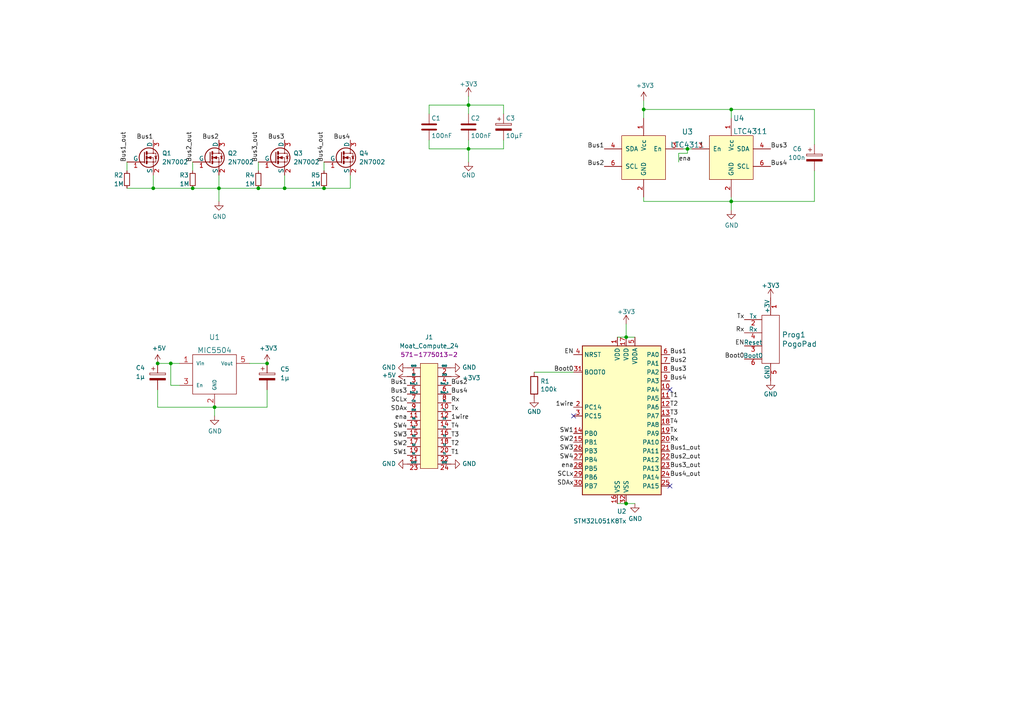
<source format=kicad_sch>
(kicad_sch (version 20211123) (generator eeschema)
  (paper "A4")
  (lib_symbols
    (symbol "Device:R" (pin_numbers hide) (pin_names (offset 0))
      (property "Reference" "R" (at 2.032 0 90))
      (property "Value" "Device_R" (at 0 0 90))
      (symbol "R_0_1"
        (rectangle (start -1.016 -2.54) (end 1.016 2.54) (stroke (width 0.254)))
      )
      (symbol "R_1_1"
        (pin passive line (at 0 3.81 270) (length 1.27) (name "~") (number "1"))
        (pin passive line (at 0 -3.81 90) (length 1.27) (name "~") (number "2"))
      )
    )
    (symbol "MCU_ST_STM32L0:STM32L051K8Tx"
      (property "Reference" "U" (at -12.7 21.59 0))
      (property "Value" "MCU_ST_STM32L0_STM32L051K8Tx" (at 5.08 21.59 0))
      (symbol "STM32L051K8Tx_0_1"
        (rectangle (start -12.7 -22.86) (end 10.16 20.32) (stroke (width 0.254)) (fill (type background)))
      )
      (symbol "STM32L051K8Tx_1_1"
        (pin power_in line (at -2.54 22.86 270) (length 2.54) (name "VDD") (number "1"))
        (pin bidirectional line (at 12.7 7.62 180) (length 2.54) (name "PA4") (number "10"))
        (pin bidirectional line (at 12.7 5.08 180) (length 2.54) (name "PA5") (number "11"))
        (pin bidirectional line (at 12.7 2.54 180) (length 2.54) (name "PA6") (number "12"))
        (pin bidirectional line (at 12.7 0 180) (length 2.54) (name "PA7") (number "13"))
        (pin bidirectional line (at -15.24 -5.08 0) (length 2.54) (name "PB0") (number "14"))
        (pin bidirectional line (at -15.24 -7.62 0) (length 2.54) (name "PB1") (number "15"))
        (pin power_in line (at -2.54 -25.4 90) (length 2.54) (name "VSS") (number "16"))
        (pin power_in line (at 0 22.86 270) (length 2.54) (name "VDD") (number "17"))
        (pin bidirectional line (at 12.7 -2.54 180) (length 2.54) (name "PA8") (number "18"))
        (pin bidirectional line (at 12.7 -5.08 180) (length 2.54) (name "PA9") (number "19"))
        (pin bidirectional line (at -15.24 2.54 0) (length 2.54) (name "PC14") (number "2"))
        (pin bidirectional line (at 12.7 -7.62 180) (length 2.54) (name "PA10") (number "20"))
        (pin bidirectional line (at 12.7 -10.16 180) (length 2.54) (name "PA11") (number "21"))
        (pin bidirectional line (at 12.7 -12.7 180) (length 2.54) (name "PA12") (number "22"))
        (pin bidirectional line (at 12.7 -15.24 180) (length 2.54) (name "PA13") (number "23"))
        (pin bidirectional line (at 12.7 -17.78 180) (length 2.54) (name "PA14") (number "24"))
        (pin bidirectional line (at 12.7 -20.32 180) (length 2.54) (name "PA15") (number "25"))
        (pin bidirectional line (at -15.24 -10.16 0) (length 2.54) (name "PB3") (number "26"))
        (pin bidirectional line (at -15.24 -12.7 0) (length 2.54) (name "PB4") (number "27"))
        (pin bidirectional line (at -15.24 -15.24 0) (length 2.54) (name "PB5") (number "28"))
        (pin bidirectional line (at -15.24 -17.78 0) (length 2.54) (name "PB6") (number "29"))
        (pin bidirectional line (at -15.24 0 0) (length 2.54) (name "PC15") (number "3"))
        (pin bidirectional line (at -15.24 -20.32 0) (length 2.54) (name "PB7") (number "30"))
        (pin input line (at -15.24 12.7 0) (length 2.54) (name "BOOT0") (number "31"))
        (pin power_in line (at 0 -25.4 90) (length 2.54) (name "VSS") (number "32"))
        (pin input line (at -15.24 17.78 0) (length 2.54) (name "NRST") (number "4"))
        (pin power_in line (at 2.54 22.86 270) (length 2.54) (name "VDDA") (number "5"))
        (pin bidirectional line (at 12.7 17.78 180) (length 2.54) (name "PA0") (number "6"))
        (pin bidirectional line (at 12.7 15.24 180) (length 2.54) (name "PA1") (number "7"))
        (pin bidirectional line (at 12.7 12.7 180) (length 2.54) (name "PA2") (number "8"))
        (pin bidirectional line (at 12.7 10.16 180) (length 2.54) (name "PA3") (number "9"))
      )
    )
    (symbol "localstuff:+3.3V" (power) (pin_names (offset 0))
      (property "Value" "+3.3V" (at 0 3.556 0))
      (symbol "+3.3V_0_1"
        (polyline (pts (xy -0.762 1.27) (xy 0 2.54)))
        (polyline (pts (xy 0 0) (xy 0 2.54)))
        (polyline (pts (xy 0 2.54) (xy 0.762 1.27)))
      )
      (symbol "+3.3V_1_1"
        (pin power_in line (at 0 0 90) (length 0) hide (name "+3V3") (number "1"))
      )
    )
    (symbol "localstuff:+5V" (power) (pin_names (offset 0))
      (property "Value" "+5V" (at 0 3.556 0))
      (symbol "+5V_0_1"
        (polyline (pts (xy -0.762 1.27) (xy 0 2.54)))
        (polyline (pts (xy 0 0) (xy 0 2.54)))
        (polyline (pts (xy 0 2.54) (xy 0.762 1.27)))
      )
      (symbol "+5V_1_1"
        (pin power_in line (at 0 0 90) (length 0) hide (name "+5V") (number "1"))
      )
    )
    (symbol "localstuff:2N7002" (pin_names (offset 0))
      (property "Reference" "Q" (at 5.08 1.905 0))
      (property "Value" "2N7002" (at 5.08 0 0))
      (symbol "2N7002_0_1"
        (polyline (pts (xy 0.635 -1.016) (xy 0.635 -1.651)) (stroke (width 0.508)))
        (polyline (pts (xy 0.635 0.381) (xy 0.635 -0.381)) (stroke (width 0.508)))
        (polyline (pts (xy 0.635 1.651) (xy 0.635 1.016)) (stroke (width 0.508)))
        (polyline (pts (xy 3.048 0.381) (xy 2.921 0.254)))
        (polyline (pts (xy 3.048 0.381) (xy 3.556 0.381)))
        (polyline (pts (xy 3.556 0.381) (xy 3.683 0.508)))
        (polyline (pts (xy 0 1.524) (xy 0 -1.524) (xy 0 -1.524)) (stroke (width 0.254)))
        (polyline (pts (xy 0.762 -1.27) (xy 2.54 -1.27) (xy 2.54 -2.54) (xy 2.54 -2.54)))
        (polyline (pts (xy 0.762 1.27) (xy 2.54 1.27) (xy 2.54 2.54) (xy 2.54 2.54)))
        (polyline (pts (xy 2.54 1.27) (xy 3.302 1.27) (xy 3.302 -1.27) (xy 2.54 -1.27)))
        (polyline (pts (xy 3.302 0.381) (xy 3.048 -0.254) (xy 3.556 -0.254) (xy 3.302 0.381)) (fill (type outline)))
        (polyline (pts (xy 0.762 0) (xy 1.27 0) (xy 2.54 0) (xy 2.54 -1.27) (xy 2.54 -1.27)))
        (polyline (pts (xy 0.889 0) (xy 1.905 0.381) (xy 1.905 -0.381) (xy 0.889 0) (xy 1.016 0) (xy 1.016 0)) (fill (type outline)))
        (circle (center 1.27 0) (radius 2.8194) (stroke (width 0.254)))
        (circle (center 2.54 -1.27) (radius 0.127))
        (circle (center 2.54 1.27) (radius 0.127))
      )
      (symbol "2N7002_1_1"
        (pin passive line (at -5.08 -1.27 0) (length 5.08) (name "G") (number "1"))
        (pin passive line (at 2.54 -5.08 90) (length 2.54) (name "S") (number "2"))
        (pin passive line (at 2.54 5.08 270) (length 2.54) (name "D") (number "3"))
      )
    )
    (symbol "localstuff:C" (pin_numbers hide) (pin_names (offset 0.254))
      (property "Reference" "C" (at 0.635 2.54 0))
      (property "Value" "C" (at 0.635 -2.54 0))
      (symbol "C_0_1"
        (polyline (pts (xy -2.032 -0.762) (xy 2.032 -0.762)) (stroke (width 0.508)))
        (polyline (pts (xy -2.032 0.762) (xy 2.032 0.762)) (stroke (width 0.508)))
      )
      (symbol "C_1_1"
        (pin passive line (at 0 3.81 270) (length 2.794) (name "~") (number "1"))
        (pin passive line (at 0 -3.81 90) (length 2.794) (name "~") (number "2"))
      )
    )
    (symbol "localstuff:CP" (pin_numbers hide) (pin_names (offset 0.254))
      (property "Reference" "C" (at 0.635 2.54 0))
      (property "Value" "CP" (at 0.635 -2.54 0))
      (symbol "CP_0_1"
        (rectangle (start -2.286 0.508) (end -2.286 1.016))
        (rectangle (start -2.286 0.508) (end 2.286 0.508))
        (polyline (pts (xy -1.778 2.286) (xy -0.762 2.286)))
        (polyline (pts (xy -1.27 2.794) (xy -1.27 1.778)))
        (rectangle (start 2.286 -0.508) (end -2.286 -1.016) (fill (type outline)))
        (rectangle (start 2.286 1.016) (end -2.286 1.016))
        (rectangle (start 2.286 1.016) (end 2.286 0.508))
      )
      (symbol "CP_1_1"
        (pin passive line (at 0 3.81 270) (length 2.794) (name "~") (number "1"))
        (pin passive line (at 0 -3.81 90) (length 2.794) (name "~") (number "2"))
      )
    )
    (symbol "localstuff:GND" (power) (pin_names (offset 0))
      (property "Value" "GND" (at 0 -3.81 0))
      (symbol "GND_0_1"
        (polyline (pts (xy 0 0) (xy 0 -1.27) (xy 1.27 -1.27) (xy 0 -2.54) (xy -1.27 -1.27) (xy 0 -1.27)))
      )
      (symbol "GND_1_1"
        (pin power_in line (at 0 0 270) (length 0) hide (name "GND") (number "1"))
      )
    )
    (symbol "localstuff:LTC4311" (pin_names (offset 1.016))
      (property "Reference" "U" (at -6.35 -8.89 0))
      (property "Value" "LTC4311" (at -3.81 1.27 0))
      (symbol "LTC4311_0_1"
        (rectangle (start -6.35 6.35) (end 6.35 -6.35) (fill (type background)))
      )
      (symbol "LTC4311_1_1"
        (pin power_in line (at 0 11.43 270) (length 5.08) (name "Vcc") (number "1"))
        (pin power_in line (at 0 -11.43 90) (length 5.08) (name "GND") (number "2"))
        (pin input line (at 11.43 2.54 180) (length 5.08) (name "En") (number "3"))
        (pin bidirectional line (at -11.43 2.54 0) (length 5.08) (name "SDA") (number "4"))
        (pin bidirectional line (at -11.43 -2.54 0) (length 5.08) (name "SCL") (number "6"))
      )
    )
    (symbol "localstuff:MIC5504" (pin_names (offset 1.016))
      (property "Reference" "U" (at 0 7.62 0))
      (property "Value" "MIC5504" (at 1.27 -6.35 0))
      (symbol "MIC5504_0_1"
        (rectangle (start -6.35 6.35) (end 6.35 -5.08))
      )
      (symbol "MIC5504_1_1"
        (pin power_in line (at -10.16 3.81 0) (length 3.81) (name "Vin") (number "1"))
        (pin power_in line (at 0 -8.89 90) (length 3.81) (name "GND") (number "2"))
        (pin input line (at -10.16 -2.54 0) (length 3.81) (name "En") (number "3"))
        (pin power_out line (at 10.16 3.81 180) (length 3.81) (name "Vout") (number "5"))
      )
    )
    (symbol "localstuff:Moat_Compute_24" (pin_names (offset 0))
      (property "Reference" "J" (at 0 13.97 0))
      (property "Value" "Moat_Compute_24" (at 0 -20.32 0))
      (property "Mouser" "571-1775013-2" (at 0 0 90))
      (symbol "Moat_Compute_24_1_1"
        (rectangle (start -2.54 12.7) (end 2.54 -17.78) (fill (type background)))
        (pin power_out line (at -6.35 11.43 0) (length 3.81) (name "GND") (number "1"))
        (pin output line (at 6.35 1.27 180) (length 3.81) (name "Rx") (number "10"))
        (pin open_collector line (at -6.35 -1.27 0) (length 3.81) (name "Dat") (number "11"))
        (pin input line (at 6.35 -1.27 180) (length 3.81) (name "Tx") (number "12"))
        (pin output line (at -6.35 -3.81 0) (length 3.81) (name "S5") (number "13"))
        (pin input line (at 6.35 -3.81 180) (length 3.81) (name "1W") (number "14"))
        (pin output line (at -6.35 -6.35 0) (length 3.81) (name "S4") (number "15"))
        (pin input line (at 6.35 -6.35 180) (length 3.81) (name "T4") (number "16"))
        (pin output line (at -6.35 -8.89 0) (length 3.81) (name "S3") (number "17"))
        (pin input line (at 6.35 -8.89 180) (length 3.81) (name "T3") (number "18"))
        (pin output line (at -6.35 -11.43 0) (length 3.81) (name "S2") (number "19"))
        (pin power_out line (at 6.35 11.43 180) (length 3.81) (name "GND") (number "2"))
        (pin input line (at 6.35 -11.43 180) (length 3.81) (name "T2") (number "20"))
        (pin output line (at -6.35 -13.97 0) (length 3.81) (name "S1") (number "21"))
        (pin input line (at 6.35 -13.97 180) (length 3.81) (name "T1") (number "22"))
        (pin power_out line (at -6.35 -16.51 0) (length 3.81) (name "GND") (number "23"))
        (pin power_out line (at 6.35 -16.51 180) (length 3.81) (name "GND") (number "24"))
        (pin power_out line (at -6.35 8.89 0) (length 3.81) (name "5V") (number "3"))
        (pin power_in line (at 6.35 8.89 180) (length 3.81) (name "3V3") (number "4"))
        (pin bidirectional line (at -6.35 6.35 0) (length 3.81) (name "Bus_1") (number "5"))
        (pin bidirectional line (at 6.35 6.35 180) (length 3.81) (name "Bus_2") (number "6"))
        (pin bidirectional line (at -6.35 3.81 0) (length 3.81) (name "Bus_3") (number "7"))
        (pin bidirectional line (at 6.35 3.81 180) (length 3.81) (name "Bus_4") (number "8"))
        (pin open_collector line (at -6.35 1.27 0) (length 3.81) (name "Clk") (number "9"))
      )
    )
    (symbol "localstuff:PogoPad" (pin_names (offset 0))
      (property "Reference" "Prog" (at -3.81 2.54 90))
      (property "Value" "PogoPad" (at -1.27 -7.62 90))
      (symbol "PogoPad_0_1"
        (rectangle (start -2.54 -7.62) (end 2.54 6.35))
      )
      (symbol "PogoPad_1_1"
        (pin power_out line (at 0 11.43 270) (length 5.08) (name "+3V") (number "1"))
        (pin input line (at 7.62 5.08 180) (length 5.08) (name "Tx") (number "2"))
        (pin output line (at 7.62 -2.54 180) (length 5.08) (name "Reset") (number "3"))
        (pin output line (at 7.62 1.27 180) (length 5.08) (name "Rx") (number "4"))
        (pin power_out line (at 0 -12.7 90) (length 5.08) (name "GND") (number "5"))
        (pin output line (at 7.62 -6.35 180) (length 5.08) (name "Boot0") (number "6"))
      )
    )
    (symbol "localstuff:R" (pin_numbers hide) (pin_names (offset 0.254) hide)
      (property "Reference" "R" (at 0.762 0.508 0))
      (property "Value" "R" (at 0.762 -1.016 0))
      (symbol "R_0_1"
        (rectangle (start -0.762 1.778) (end 0.762 -1.778) (stroke (width 0.2032)))
      )
      (symbol "R_1_1"
        (pin passive line (at 0 2.54 270) (length 0.762) (name "~") (number "1"))
        (pin passive line (at 0 -2.54 90) (length 0.762) (name "~") (number "2"))
      )
    )
  )
  (junction (at 212.09 58.42))
  (junction (at 82.55 54.61))
  (junction (at 93.98 54.61))
  (junction (at 63.5 54.61))
  (junction (at 186.69 31.75))
  (junction (at 199.39 43.18))
  (junction (at 55.88 54.61))
  (junction (at 74.93 54.61))
  (junction (at 62.23 118.11))
  (junction (at 44.45 54.61))
  (junction (at 45.72 105.41))
  (junction (at 77.47 105.41))
  (junction (at 135.89 30.48))
  (junction (at 135.89 43.18))
  (junction (at 181.61 97.79))
  (junction (at 212.09 31.75))
  (junction (at 49.53 105.41))
  (junction (at 181.61 146.05))
  (no_connect (at 194.31 113.03))
  (no_connect (at 166.37 120.65))
  (no_connect (at 194.31 140.97))
  (wire (pts (xy 212.09 57.15) (xy 212.09 58.42)))
  (wire (pts (xy 36.83 46.99) (xy 36.83 49.53)))
  (wire (pts (xy 101.6 50.8) (xy 101.6 54.61)))
  (wire (pts (xy 146.05 33.02) (xy 146.05 30.48)))
  (wire (pts (xy 45.72 113.03) (xy 45.72 118.11)))
  (wire (pts (xy 186.69 31.75) (xy 186.69 34.29)))
  (wire (pts (xy 212.09 58.42) (xy 212.09 60.96)))
  (wire (pts (xy 135.89 43.18) (xy 135.89 46.99)))
  (wire (pts (xy 212.09 34.29) (xy 212.09 31.75)))
  (wire (pts (xy 44.45 50.8) (xy 44.45 54.61)))
  (wire (pts (xy 212.09 31.75) (xy 186.69 31.75)))
  (wire (pts (xy 196.85 44.45) (xy 199.39 44.45)))
  (wire (pts (xy 82.55 54.61) (xy 74.93 54.61)))
  (wire (pts (xy 77.47 118.11) (xy 62.23 118.11)))
  (wire (pts (xy 212.09 58.42) (xy 236.22 58.42)))
  (wire (pts (xy 181.61 97.79) (xy 181.61 93.98)))
  (wire (pts (xy 101.6 54.61) (xy 93.98 54.61)))
  (wire (pts (xy 52.07 111.76) (xy 49.53 111.76)))
  (wire (pts (xy 82.55 54.61) (xy 93.98 54.61)))
  (wire (pts (xy 199.39 44.45) (xy 199.39 43.18)))
  (wire (pts (xy 49.53 105.41) (xy 52.07 105.41)))
  (wire (pts (xy 74.93 46.99) (xy 74.93 49.53)))
  (wire (pts (xy 82.55 50.8) (xy 82.55 54.61)))
  (wire (pts (xy 93.98 46.99) (xy 93.98 49.53)))
  (wire (pts (xy 199.39 43.18) (xy 200.66 43.18)))
  (wire (pts (xy 49.53 111.76) (xy 49.53 105.41)))
  (wire (pts (xy 77.47 113.03) (xy 77.47 118.11)))
  (wire (pts (xy 146.05 43.18) (xy 135.89 43.18)))
  (wire (pts (xy 135.89 30.48) (xy 124.46 30.48)))
  (wire (pts (xy 135.89 40.64) (xy 135.89 43.18)))
  (wire (pts (xy 124.46 40.64) (xy 124.46 43.18)))
  (wire (pts (xy 72.39 105.41) (xy 77.47 105.41)))
  (wire (pts (xy 181.61 97.79) (xy 184.15 97.79)))
  (wire (pts (xy 45.72 118.11) (xy 62.23 118.11)))
  (wire (pts (xy 63.5 54.61) (xy 63.5 58.42)))
  (wire (pts (xy 236.22 49.53) (xy 236.22 58.42)))
  (wire (pts (xy 198.12 43.18) (xy 199.39 43.18)))
  (wire (pts (xy 146.05 30.48) (xy 135.89 30.48)))
  (wire (pts (xy 36.83 54.61) (xy 44.45 54.61)))
  (wire (pts (xy 44.45 54.61) (xy 55.88 54.61)))
  (wire (pts (xy 74.93 54.61) (xy 63.5 54.61)))
  (wire (pts (xy 186.69 57.15) (xy 186.69 58.42)))
  (wire (pts (xy 135.89 27.94) (xy 135.89 30.48)))
  (wire (pts (xy 45.72 105.41) (xy 49.53 105.41)))
  (wire (pts (xy 236.22 31.75) (xy 212.09 31.75)))
  (wire (pts (xy 184.15 146.05) (xy 181.61 146.05)))
  (wire (pts (xy 124.46 30.48) (xy 124.46 33.02)))
  (wire (pts (xy 186.69 58.42) (xy 212.09 58.42)))
  (wire (pts (xy 179.07 97.79) (xy 181.61 97.79)))
  (wire (pts (xy 62.23 118.11) (xy 62.23 120.65)))
  (wire (pts (xy 124.46 43.18) (xy 135.89 43.18)))
  (wire (pts (xy 55.88 46.99) (xy 55.88 49.53)))
  (wire (pts (xy 236.22 41.91) (xy 236.22 31.75)))
  (wire (pts (xy 186.69 29.21) (xy 186.69 31.75)))
  (wire (pts (xy 196.85 46.99) (xy 196.85 44.45)))
  (wire (pts (xy 135.89 30.48) (xy 135.89 33.02)))
  (wire (pts (xy 154.94 107.95) (xy 166.37 107.95)))
  (wire (pts (xy 146.05 40.64) (xy 146.05 43.18)))
  (wire (pts (xy 181.61 146.05) (xy 179.07 146.05)))
  (wire (pts (xy 63.5 54.61) (xy 63.5 50.8)))
  (wire (pts (xy 55.88 54.61) (xy 63.5 54.61)))
  (label "EN" (at 166.37 102.87 180))
  (label "Bus4" (at 101.6 40.64 180))
  (label "SDAx" (at 166.37 140.97 180))
  (label "T3" (at 130.81 127 0))
  (label "T4" (at 130.81 124.46 0))
  (label "ena" (at 118.11 121.92 180))
  (label "T3" (at 194.31 120.65 0))
  (label "Bus3" (at 223.52 43.18 0))
  (label "SW3" (at 118.11 127 180))
  (label "SW1" (at 118.11 132.08 180))
  (label "T2" (at 194.31 118.11 0))
  (label "Bus1" (at 44.45 40.64 180))
  (label "Bus4" (at 194.31 110.49 0))
  (label "SW2" (at 118.11 129.54 180))
  (label "SCLx" (at 118.11 116.84 180))
  (label "T4" (at 194.31 123.19 0))
  (label "Bus3_out" (at 74.93 46.99 90))
  (label "EN" (at 215.9 100.33 180))
  (label "Bus4_out" (at 93.98 46.99 90))
  (label "Bus2_out" (at 194.31 133.35 0))
  (label "Rx" (at 130.81 116.84 0))
  (label "Rx" (at 215.9 96.52 180))
  (label "Bus2" (at 63.5 40.64 180))
  (label "T1" (at 194.31 115.57 0))
  (label "Boot0" (at 215.9 104.14 180))
  (label "Bus4" (at 223.52 48.26 0))
  (label "Bus3" (at 82.55 40.64 180))
  (label "ena" (at 166.37 135.89 180))
  (label "Rx" (at 194.31 128.27 0))
  (label "Bus1_out" (at 36.83 46.99 90))
  (label "T1" (at 130.81 132.08 0))
  (label "SDAx" (at 118.11 119.38 180))
  (label "Boot0" (at 166.37 107.95 180))
  (label "Bus3" (at 118.11 114.3 180))
  (label "Bus3" (at 194.31 107.95 0))
  (label "1wire" (at 166.37 118.11 180))
  (label "Bus4_out" (at 194.31 138.43 0))
  (label "Bus2_out" (at 55.88 46.99 90))
  (label "Bus1_out" (at 194.31 130.81 0))
  (label "Bus1" (at 118.11 111.76 180))
  (label "SW1" (at 166.37 125.73 180))
  (label "Bus1" (at 175.26 43.18 180))
  (label "Bus3_out" (at 194.31 135.89 0))
  (label "Bus4" (at 130.81 114.3 0))
  (label "1wire" (at 130.81 121.92 0))
  (label "Tx" (at 215.9 92.71 180))
  (label "T2" (at 130.81 129.54 0))
  (label "Bus2" (at 175.26 48.26 180))
  (label "Bus2" (at 194.31 105.41 0))
  (label "Tx" (at 130.81 119.38 0))
  (label "Bus2" (at 130.81 111.76 0))
  (label "SCLx" (at 166.37 138.43 180))
  (label "SW3" (at 166.37 130.81 180))
  (label "Bus1" (at 194.31 102.87 0))
  (label "ena" (at 196.85 46.99 0))
  (label "SW4" (at 166.37 133.35 180))
  (label "Tx" (at 194.31 125.73 0))
  (label "SW2" (at 166.37 128.27 180))
  (label "SW4" (at 118.11 124.46 180))
  (symbol (lib_id "localstuff:C") (at 135.89 36.83 0) (unit 1)
    (property "Reference" "C2" (at 136.525 34.29 0) (effects (justify left)))
    (property "Value" "100nF" (at 136.525 39.37 0) (effects (justify left)))
    (property "Footprint" "Capacitor_SMD:C_0603_1608Metric_Pad1.05x0.95mm_HandSolder" (effects hide))
  )
  (symbol (lib_id "localstuff:+3.3V") (at 135.89 27.94 0) (unit 1)
    (property "Reference" "#PWR01" (effects hide))
    (property "Value" "+3.3V" (at 135.89 24.384 0))
  )
  (symbol (lib_id "localstuff:GND") (at 135.89 46.99 0) (unit 1)
    (property "Reference" "#PWR02" (effects hide))
    (property "Value" "GND" (at 135.89 50.8 0))
  )
  (symbol (lib_id "localstuff:+3.3V") (at 223.52 86.36 0) (unit 1)
    (property "Reference" "#PWR015" (effects hide))
    (property "Value" "+3.3V" (at 223.52 82.804 0))
  )
  (symbol (lib_id "localstuff:GND") (at 223.52 110.49 0) (unit 1)
    (property "Reference" "#PWR016" (effects hide))
    (property "Value" "GND" (at 223.52 114.3 0))
  )
  (symbol (lib_id "localstuff:PogoPad") (at 223.52 97.79 0) (mirror y) (unit 1)
    (property "Reference" "Prog1" (at 226.7712 97.0788 0) (effects (font (size 1.524 1.524)) (justify right)))
    (property "Value" "PogoPad" (at 226.7712 99.7712 0) (effects (font (size 1.524 1.524)) (justify right)))
    (property "Footprint" "localstuff:2X3_PAD" (effects hide))
  )
  (symbol (lib_id "Device:R") (at 154.94 111.76 0) (unit 1)
    (property "Reference" "R1" (at 156.718 110.5916 0) (effects (justify left)))
    (property "Value" "100k" (at 156.718 112.903 0) (effects (justify left)))
    (property "Footprint" "Resistor_SMD:R_0603_1608Metric" (effects hide))
  )
  (symbol (lib_id "localstuff:GND") (at 184.15 146.05 0) (unit 1)
    (property "Reference" "#PWR014" (effects hide))
    (property "Value" "GND" (at 184.277 150.4442 0))
  )
  (symbol (lib_id "localstuff:+3.3V") (at 181.61 93.98 0) (unit 1)
    (property "Reference" "#PWR013" (effects hide))
    (property "Value" "+3.3V" (at 181.61 90.424 0))
  )
  (symbol (lib_id "localstuff:+3.3V") (at 130.81 109.22 270) (unit 1)
    (property "Reference" "#PWR03" (effects hide))
    (property "Value" "+3.3V" (at 134.0612 109.601 90) (effects (justify left)))
  )
  (symbol (lib_id "localstuff:+5V") (at 118.11 109.22 90) (unit 1)
    (property "Reference" "#PWR04" (effects hide))
    (property "Value" "+5V" (at 114.8588 108.839 90) (effects (justify left)))
  )
  (symbol (lib_id "localstuff:GND") (at 130.81 134.62 90) (unit 1)
    (property "Reference" "#PWR07" (effects hide))
    (property "Value" "GND" (at 134.0612 134.493 90) (effects (justify right)))
  )
  (symbol (lib_id "MCU_ST_STM32L0:STM32L051K8Tx") (at 181.61 120.65 0) (unit 1)
    (property "Reference" "U2" (at 180.34 148.3106 0))
    (property "Value" "STM32L051K8Tx" (at 173.99 151.13 0))
    (property "Footprint" "Package_QFP:LQFP-32_7x7mm_P0.8mm" (effects hide))
    (property "Datasheet" "http://www.st.com/st-web-ui/static/active/en/resource/technical/document/datasheet/DM00108219.pdf" (effects hide))
  )
  (symbol (lib_id "localstuff:GND") (at 154.94 115.57 0) (unit 1)
    (property "Reference" "#PWR010" (effects hide))
    (property "Value" "GND" (at 154.94 119.38 0))
  )
  (symbol (lib_id "localstuff:CP") (at 146.05 36.83 0) (unit 1)
    (property "Reference" "C3" (at 146.685 34.29 0) (effects (justify left)))
    (property "Value" "10µF" (at 146.685 39.37 0) (effects (justify left)))
    (property "Footprint" "Capacitor_SMD:C_1206_3216Metric_Pad1.42x1.75mm_HandSolder" (effects hide))
  )
  (symbol (lib_id "localstuff:C") (at 124.46 36.83 0) (unit 1)
    (property "Reference" "C1" (at 125.095 34.29 0) (effects (justify left)))
    (property "Value" "100nF" (at 125.095 39.37 0) (effects (justify left)))
    (property "Footprint" "Capacitor_SMD:C_0603_1608Metric_Pad1.05x0.95mm_HandSolder" (effects hide))
  )
  (symbol (lib_id "localstuff:GND") (at 130.81 106.68 90) (unit 1)
    (property "Reference" "#PWR0101" (effects hide))
    (property "Value" "GND" (at 134.0612 106.553 90) (effects (justify right)))
  )
  (symbol (lib_id "localstuff:R") (at 55.88 52.07 0) (unit 1)
    (property "Reference" "R3" (at 52.07 50.8 0) (effects (justify left)))
    (property "Value" "1M" (at 52.07 53.34 0) (effects (justify left)))
    (property "Footprint" "Resistor_SMD:R_0603_1608Metric" (effects hide))
  )
  (symbol (lib_id "localstuff:CP") (at 236.22 45.72 0) (unit 1)
    (property "Reference" "C6" (at 229.87 43.18 0) (effects (justify left)))
    (property "Value" "100n" (at 228.6 45.72 0) (effects (justify left)))
    (property "Footprint" "Capacitor_SMD:C_0603_1608Metric" (effects hide))
  )
  (symbol (lib_id "localstuff:2N7002") (at 41.91 45.72 0) (unit 1)
    (property "Reference" "Q1" (at 46.99 44.4499 0) (effects (justify left)))
    (property "Value" "2N7002" (at 46.99 46.9899 0) (effects (justify left)))
    (property "Footprint" "Package_TO_SOT_SMD:SOT-23" (effects hide))
  )
  (symbol (lib_id "localstuff:+5V") (at 45.72 105.41 0) (unit 1)
    (property "Reference" "#PWR0106" (effects hide))
    (property "Value" "+5V" (at 46.101 101.0158 0))
  )
  (symbol (lib_id "localstuff:GND") (at 212.09 60.96 0) (unit 1)
    (property "Reference" "#PWR0109" (effects hide))
    (property "Value" "GND" (at 212.217 65.3542 0))
  )
  (symbol (lib_id "localstuff:+3.3V") (at 77.47 105.41 0) (unit 1)
    (property "Reference" "#PWR0108" (effects hide))
    (property "Value" "+3.3V" (at 77.851 101.0158 0))
  )
  (symbol (lib_id "localstuff:GND") (at 118.11 134.62 270) (mirror x) (unit 1)
    (property "Reference" "#PWR0102" (effects hide))
    (property "Value" "GND" (at 114.8588 134.493 90) (effects (justify right)))
  )
  (symbol (lib_id "localstuff:2N7002") (at 99.06 45.72 0) (unit 1)
    (property "Reference" "Q4" (at 104.14 44.4499 0) (effects (justify left)))
    (property "Value" "2N7002" (at 104.14 46.9899 0) (effects (justify left)))
    (property "Footprint" "Package_TO_SOT_SMD:SOT-23" (effects hide))
  )
  (symbol (lib_id "localstuff:LTC4311") (at 186.69 45.72 0) (unit 1)
    (property "Reference" "U3" (at 199.39 38.2144 0) (effects (font (size 1.524 1.524))))
    (property "Value" "LTC4311" (at 199.39 42.0244 0) (effects (font (size 1.524 1.524))))
    (property "Footprint" "Package_DFN_QFN:ST_UQFN-6L_1.5x1.7mm_Pitch0.5mm" (effects hide))
    (property "Digikey" "296-24729-1-ND " (effects hide))
  )
  (symbol (lib_id "localstuff:R") (at 74.93 52.07 0) (unit 1)
    (property "Reference" "R4" (at 71.12 50.8 0) (effects (justify left)))
    (property "Value" "1M" (at 71.12 53.34 0) (effects (justify left)))
    (property "Footprint" "Resistor_SMD:R_0603_1608Metric" (effects hide))
  )
  (symbol (lib_id "localstuff:LTC4311") (at 212.09 45.72 0) (mirror y) (unit 1)
    (property "Reference" "U4" (at 212.6106 34.29 0) (effects (font (size 1.524 1.524)) (justify right)))
    (property "Value" "LTC4311" (at 212.6106 38.1 0) (effects (font (size 1.524 1.524)) (justify right)))
    (property "Footprint" "Package_DFN_QFN:ST_UQFN-6L_1.5x1.7mm_Pitch0.5mm" (effects hide))
    (property "Digikey" "296-24729-1-ND " (effects hide))
  )
  (symbol (lib_id "localstuff:Moat_Compute_24") (at 124.46 118.11 0) (unit 1)
    (property "Reference" "J1" (at 124.46 97.79 0))
    (property "Value" "Moat_Compute_24" (at 124.46 100.33 0))
    (property "Footprint" "localstuff:TE_1775013_plug" (effects hide))
    (property "Digikey" "A118066CT-ND " (effects hide))
    (property "Mouser" "571-1775013-2" (at 124.46 102.87 0))
  )
  (symbol (lib_id "localstuff:CP") (at 45.72 109.22 0) (unit 1)
    (property "Reference" "C4" (at 39.37 106.68 0) (effects (justify left)))
    (property "Value" "1µ" (at 39.37 109.22 0) (effects (justify left)))
    (property "Footprint" "Capacitor_SMD:C_0603_1608Metric" (effects hide))
  )
  (symbol (lib_id "localstuff:GND") (at 63.5 58.42 0) (unit 1)
    (property "Reference" "#PWR0105" (effects hide))
    (property "Value" "GND" (at 63.627 62.8142 0))
  )
  (symbol (lib_id "localstuff:GND") (at 62.23 120.65 0) (unit 1)
    (property "Reference" "#PWR0107" (effects hide))
    (property "Value" "GND" (at 62.357 125.0442 0))
  )
  (symbol (lib_id "localstuff:GND") (at 118.11 106.68 270) (mirror x) (unit 1)
    (property "Reference" "#PWR0104" (effects hide))
    (property "Value" "GND" (at 114.8588 106.553 90) (effects (justify right)))
  )
  (symbol (lib_id "localstuff:R") (at 93.98 52.07 0) (unit 1)
    (property "Reference" "R5" (at 90.17 50.8 0) (effects (justify left)))
    (property "Value" "1M" (at 90.17 53.34 0) (effects (justify left)))
    (property "Footprint" "Resistor_SMD:R_0603_1608Metric" (effects hide))
  )
  (symbol (lib_id "localstuff:2N7002") (at 80.01 45.72 0) (unit 1)
    (property "Reference" "Q3" (at 85.09 44.4499 0) (effects (justify left)))
    (property "Value" "2N7002" (at 85.09 46.9899 0) (effects (justify left)))
    (property "Footprint" "Package_TO_SOT_SMD:SOT-23" (effects hide))
  )
  (symbol (lib_id "localstuff:2N7002") (at 60.96 45.72 0) (unit 1)
    (property "Reference" "Q2" (at 66.04 44.4499 0) (effects (justify left)))
    (property "Value" "2N7002" (at 66.04 46.9899 0) (effects (justify left)))
    (property "Footprint" "Package_TO_SOT_SMD:SOT-23" (effects hide))
  )
  (symbol (lib_id "localstuff:+3.3V") (at 186.69 29.21 0) (unit 1)
    (property "Reference" "#PWR0110" (effects hide))
    (property "Value" "+3.3V" (at 187.071 24.8158 0))
  )
  (symbol (lib_id "localstuff:CP") (at 77.47 109.22 0) (unit 1)
    (property "Reference" "C5" (at 81.28 107.0609 0) (effects (justify left)))
    (property "Value" "1µ" (at 81.28 109.6009 0) (effects (justify left)))
    (property "Footprint" "Capacitor_SMD:C_0603_1608Metric" (effects hide))
  )
  (symbol (lib_id "localstuff:R") (at 36.83 52.07 0) (unit 1)
    (property "Reference" "R2" (at 33.02 50.8 0) (effects (justify left)))
    (property "Value" "1M" (at 33.02 53.34 0) (effects (justify left)))
    (property "Footprint" "Resistor_SMD:R_0603_1608Metric" (effects hide))
  )
  (symbol (lib_id "localstuff:MIC5504") (at 62.23 109.22 0) (unit 1)
    (property "Reference" "U1" (at 62.23 97.79 0) (effects (font (size 1.524 1.524))))
    (property "Value" "MIC5504" (at 62.23 101.6 0) (effects (font (size 1.524 1.524))))
    (property "Footprint" "Package_TO_SOT_SMD:SOT-23-5" (effects hide))
  )
)
</source>
